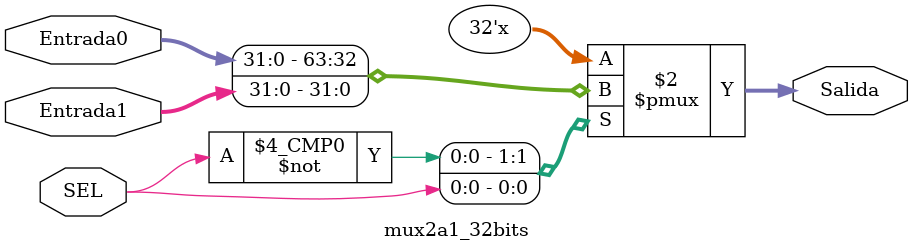
<source format=v>
module mux2a1_32bits #(parameter ANCHO=32)(
input [ANCHO-1:0] Entrada0, Entrada1,
input SEL,
output reg [ANCHO-1:0] Salida 
);

always @(*) begin
case (SEL)
    0: Salida=Entrada0;
    1: Salida=Entrada1;
    default: Salida=Entrada0;
endcase
end

endmodule
</source>
